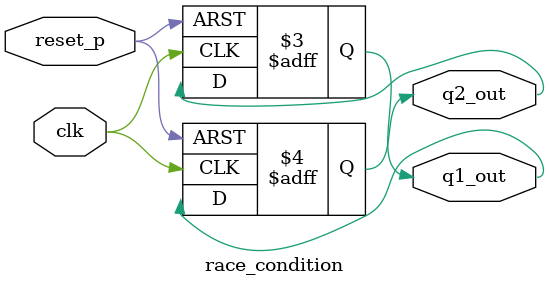
<source format=v>
`timescale 1ns / 1ps


module race_condition(
    input clk,
    input reset_p,
    output reg q1_out,
    output reg q2_out
    );
    


always@(posedge clk, posedge reset_p) begin
    if(reset_p)
        q2_out <= 1;
    else   
        q2_out <= q1_out;
end


always@(posedge clk, posedge reset_p) begin
    if(reset_p)
        q1_out <= 0;
    else   
        q1_out <= q2_out;
end


endmodule
</source>
